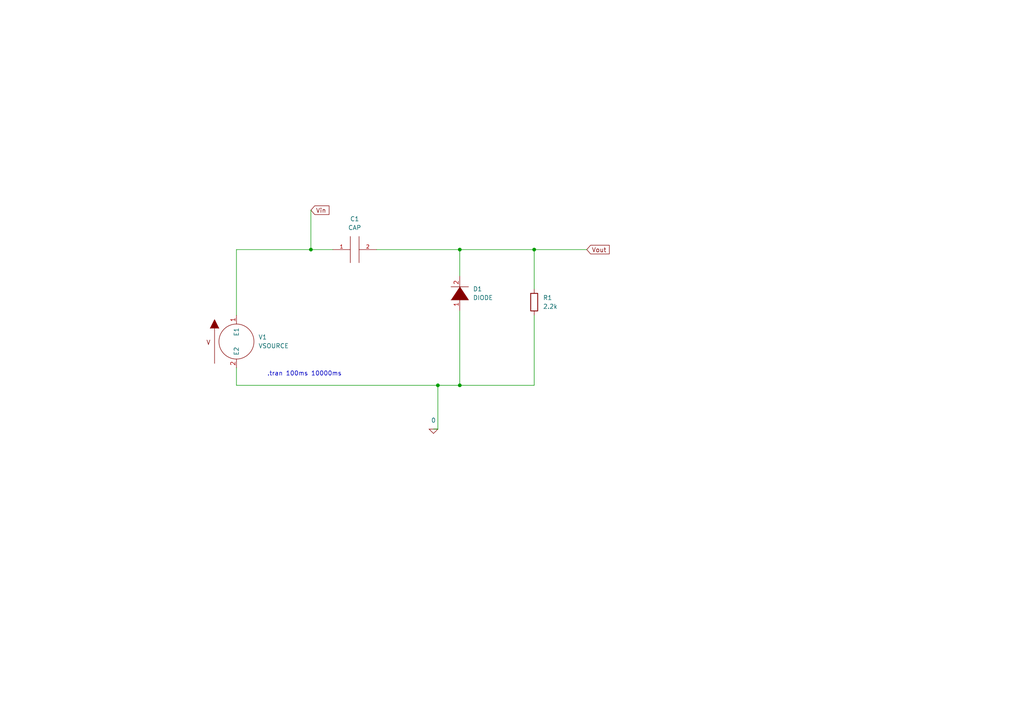
<source format=kicad_sch>
(kicad_sch (version 20211123) (generator eeschema)
  (paper "A4")
  (lib_symbols
    (symbol "Device:R" (pin_numbers hide) (pin_names (offset 0))
      (property "Reference" "R" (at 2.032 0 90))
      (property "Value" "R" (at 0 0 90))
      (symbol "R_0_1"
        (rectangle (start -1.016 -2.54) (end 1.016 2.54) (stroke (width 0.254)))
      )
      (symbol "R_1_1"
        (pin passive line (at 0 3.81 270) (length 1.27) (name "~") (number "1"))
        (pin passive line (at 0 -3.81 90) (length 1.27) (name "~") (number "2"))
      )
    )
    (symbol "pspice:0" (power) (pin_names (offset 0))
      (property "Value" "0" (at 0 -1.778 0))
      (symbol "0_0_1"
        (polyline (pts (xy -1.27 0) (xy 0 -1.27) (xy 1.27 0) (xy -1.27 0)))
      )
      (symbol "0_1_1"
        (pin power_in line (at 0 0 0) (length 0) hide (name "0") (number "1"))
      )
    )
    (symbol "pspice:CAP" (pin_names (offset 0.254))
      (property "Reference" "C" (at 2.54 3.81 90))
      (property "Value" "CAP" (at 2.54 -3.81 90))
      (symbol "CAP_0_1"
        (polyline (pts (xy -3.81 -1.27) (xy 3.81 -1.27)))
        (polyline (pts (xy -3.81 1.27) (xy 3.81 1.27)))
      )
      (symbol "CAP_1_1"
        (pin passive line (at 0 6.35 270) (length 5.08) (name "~") (number "1"))
        (pin passive line (at 0 -6.35 90) (length 5.08) (name "~") (number "2"))
      )
    )
    (symbol "pspice:DIODE" (pin_names (offset 1.016) hide)
      (property "Reference" "D" (at 0 3.81 0))
      (property "Value" "DIODE" (at 0 -4.445 0))
      (symbol "DIODE_0_1"
        (polyline (pts (xy 1.905 2.54) (xy 1.905 -2.54)))
        (polyline (pts (xy -1.905 2.54) (xy -1.905 -2.54) (xy 1.905 0)) (fill (type outline)))
      )
      (symbol "DIODE_1_1"
        (pin input line (at -5.08 0 0) (length 3.81) (name "K") (number "1"))
        (pin input line (at 5.08 0 180) (length 3.81) (name "A") (number "2"))
      )
    )
    (symbol "pspice:VSOURCE" (pin_names (offset 1.016))
      (property "Reference" "V" (at -6.35 7.62 0))
      (property "Value" "VSOURCE" (at 0 0 0))
      (symbol "VSOURCE_0_1"
        (polyline (pts (xy -6.35 -6.35) (xy -6.35 3.81)) (fill (type outline)))
        (polyline (pts (xy -7.62 3.81) (xy -6.35 6.35) (xy -5.08 3.81)) (fill (type outline)))
        (circle (center 0 0) (radius 5.08))
        (text "V" (at -8.128 -0.254 0) (effects (font (size 1.27 1.27))))
      )
      (symbol "VSOURCE_1_1"
        (pin input line (at 0 7.62 270) (length 2.54) (name "E1") (number "1"))
        (pin input line (at 0 -7.62 90) (length 2.54) (name "E2") (number "2"))
      )
    )
  )
  (junction (at 133.35 111.76))
  (junction (at 154.94 72.39))
  (junction (at 127 111.76))
  (junction (at 133.35 72.39))
  (junction (at 90.17 72.39))
  (wire (pts (xy 133.35 72.39) (xy 133.35 80.01)))
  (wire (pts (xy 133.35 90.17) (xy 133.35 111.76)))
  (wire (pts (xy 133.35 111.76) (xy 154.94 111.76)))
  (wire (pts (xy 154.94 72.39) (xy 170.18 72.39)))
  (wire (pts (xy 68.58 111.76) (xy 127 111.76)))
  (wire (pts (xy 127 111.76) (xy 133.35 111.76)))
  (wire (pts (xy 154.94 91.44) (xy 154.94 111.76)))
  (wire (pts (xy 154.94 83.82) (xy 154.94 72.39)))
  (wire (pts (xy 133.35 72.39) (xy 154.94 72.39)))
  (wire (pts (xy 90.17 72.39) (xy 96.52 72.39)))
  (wire (pts (xy 90.17 60.96) (xy 90.17 72.39)))
  (wire (pts (xy 68.58 72.39) (xy 90.17 72.39)))
  (wire (pts (xy 125.73 124.46) (xy 127 124.46)))
  (wire (pts (xy 127 124.46) (xy 127 111.76)))
  (wire (pts (xy 109.22 72.39) (xy 133.35 72.39)))
  (wire (pts (xy 68.58 106.68) (xy 68.58 111.76)))
  (wire (pts (xy 68.58 91.44) (xy 68.58 72.39)))
  (text ".tran 100ms 10000ms" (at 77.47 109.22 0) (effects (font (size 1.27 1.27)) (justify left bottom)))
  (global_label "Vout" (shape input) (at 170.18 72.39 0) (property "Intersheet References" "${INTERSHEET_REFS}" (effects hide)))
  (global_label "Vin" (shape input) (at 90.17 60.96 0) (property "Intersheet References" "${INTERSHEET_REFS}" (effects hide)))
  (symbol (lib_id "pspice:0") (at 125.73 124.46 0) (unit 1)
    (property "Reference" "#GND01" (effects hide))
    (property "Value" "0" (at 125.73 121.92 0))
  )
  (symbol (lib_id "pspice:CAP") (at 102.87 72.39 90) (unit 1)
    (property "Reference" "C1" (at 102.87 63.5 90))
    (property "Value" "CAP" (at 102.87 66.04 90))
    (property "Spice_Primitive" "C" (effects hide))
    (property "Spice_Model" "10m" (effects hide))
    (property "Spice_Netlist_Enabled" "Y" (effects hide))
  )
  (symbol (lib_id "pspice:VSOURCE") (at 68.58 99.06 0) (unit 1)
    (property "Reference" "V1" (at 74.93 97.7899 0) (effects (justify left)))
    (property "Value" "VSOURCE" (at 74.93 100.3299 0) (effects (justify left)))
    (property "Spice_Primitive" "V" (effects hide))
    (property "Spice_Model" "sin(0 20 1)" (effects hide))
    (property "Spice_Netlist_Enabled" "Y" (effects hide))
  )
  (symbol (lib_id "Device:R") (at 154.94 87.63 0) (unit 1)
    (property "Reference" "R1" (at 157.48 86.3599 0) (effects (justify left)))
    (property "Value" "2.2k" (at 157.48 88.8999 0) (effects (justify left)))
    (property "Spice_Primitive" "R" (effects hide))
    (property "Spice_Model" "220k" (effects hide))
    (property "Spice_Netlist_Enabled" "Y" (effects hide))
  )
  (symbol (lib_id "pspice:DIODE") (at 133.35 85.09 90) (unit 1)
    (property "Reference" "D1" (at 137.16 83.8199 90) (effects (justify right)))
    (property "Value" "DIODE" (at 137.16 86.3599 90) (effects (justify right)))
    (property "Spice_Primitive" "D" (effects hide))
    (property "Spice_Model" "D1N914" (effects hide))
    (property "Spice_Netlist_Enabled" "Y" (effects hide))
    (property "Spice_Lib_File" "/home/pete/Downloads/KiCad-Spice-Library-master/Models/Diode/diode.lib" (effects hide))
  )
)
</source>
